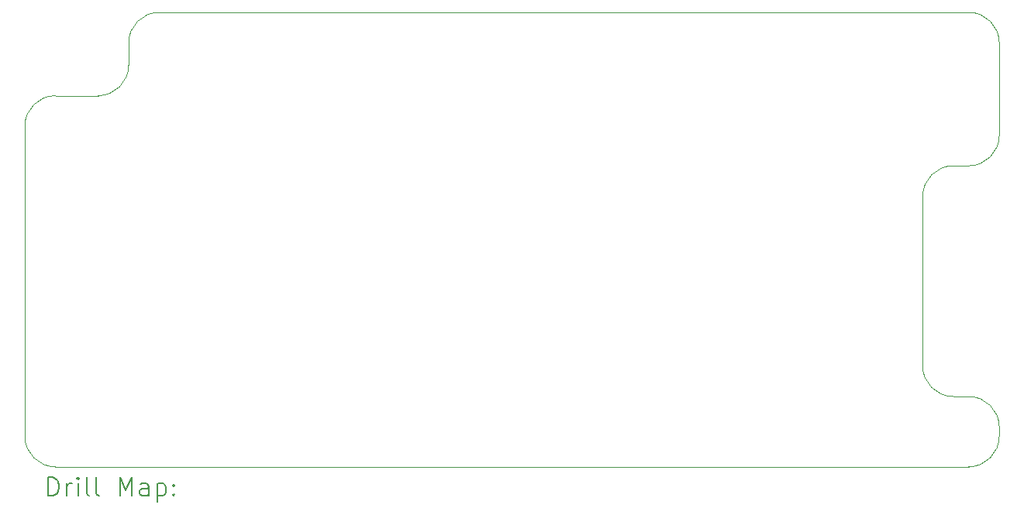
<source format=gbr>
%TF.GenerationSoftware,KiCad,Pcbnew,8.0.0-rc1*%
%TF.CreationDate,2025-03-27T12:12:59+03:00*%
%TF.ProjectId,GSM_CT_V1.0,47534d5f-4354-45f5-9631-2e302e6b6963,rev?*%
%TF.SameCoordinates,Original*%
%TF.FileFunction,Drillmap*%
%TF.FilePolarity,Positive*%
%FSLAX45Y45*%
G04 Gerber Fmt 4.5, Leading zero omitted, Abs format (unit mm)*
G04 Created by KiCad (PCBNEW 8.0.0-rc1) date 2025-03-27 12:12:59*
%MOMM*%
%LPD*%
G01*
G04 APERTURE LIST*
%ADD10C,0.100000*%
%ADD11C,0.200000*%
G04 APERTURE END LIST*
D10*
X7143000Y-7518970D02*
X7143000Y-7763998D01*
X16652000Y-11820998D02*
G75*
G02*
X16318000Y-12154000I-333490J489D01*
G01*
X16652000Y-7519969D02*
X16652000Y-8530510D01*
X16652000Y-8530510D02*
G75*
G02*
X16318510Y-8864000I-333490J0D01*
G01*
X6809000Y-8097000D02*
X6343000Y-8097000D01*
X16318998Y-7185969D02*
G75*
G02*
X16652001Y-7519969I-489J-333491D01*
G01*
X16318998Y-7185969D02*
X7477000Y-7185969D01*
X6009000Y-8430000D02*
G75*
G02*
X6343000Y-8097000I333490J-490D01*
G01*
X7143000Y-7518970D02*
G75*
G02*
X7477000Y-7185970I333490J-490D01*
G01*
X6342001Y-12154000D02*
X16318000Y-12154000D01*
X15815509Y-9197491D02*
G75*
G02*
X16149000Y-8864000I333491J1D01*
G01*
X6342001Y-12154000D02*
G75*
G02*
X6009000Y-11820000I489J333490D01*
G01*
X16652000Y-11719494D02*
X16652000Y-11820998D01*
X16148511Y-11386000D02*
X16318506Y-11386000D01*
X16148511Y-11386000D02*
G75*
G02*
X15815500Y-11052000I489J333500D01*
G01*
X15815509Y-11052000D02*
X15815509Y-9197491D01*
X7143000Y-7763998D02*
G75*
G02*
X6809000Y-8097000I-333490J489D01*
G01*
X6009000Y-8430000D02*
X6009000Y-11820000D01*
X16318506Y-11386000D02*
G75*
G02*
X16652000Y-11719494I4J-333490D01*
G01*
X16318510Y-8864000D02*
X16149000Y-8864000D01*
D11*
X6264776Y-12470484D02*
X6264776Y-12270484D01*
X6264776Y-12270484D02*
X6312395Y-12270484D01*
X6312395Y-12270484D02*
X6340967Y-12280008D01*
X6340967Y-12280008D02*
X6360014Y-12299055D01*
X6360014Y-12299055D02*
X6369538Y-12318103D01*
X6369538Y-12318103D02*
X6379062Y-12356198D01*
X6379062Y-12356198D02*
X6379062Y-12384770D01*
X6379062Y-12384770D02*
X6369538Y-12422865D01*
X6369538Y-12422865D02*
X6360014Y-12441913D01*
X6360014Y-12441913D02*
X6340967Y-12460960D01*
X6340967Y-12460960D02*
X6312395Y-12470484D01*
X6312395Y-12470484D02*
X6264776Y-12470484D01*
X6464776Y-12470484D02*
X6464776Y-12337151D01*
X6464776Y-12375246D02*
X6474300Y-12356198D01*
X6474300Y-12356198D02*
X6483824Y-12346674D01*
X6483824Y-12346674D02*
X6502872Y-12337151D01*
X6502872Y-12337151D02*
X6521919Y-12337151D01*
X6588586Y-12470484D02*
X6588586Y-12337151D01*
X6588586Y-12270484D02*
X6579062Y-12280008D01*
X6579062Y-12280008D02*
X6588586Y-12289532D01*
X6588586Y-12289532D02*
X6598110Y-12280008D01*
X6598110Y-12280008D02*
X6588586Y-12270484D01*
X6588586Y-12270484D02*
X6588586Y-12289532D01*
X6712395Y-12470484D02*
X6693348Y-12460960D01*
X6693348Y-12460960D02*
X6683824Y-12441913D01*
X6683824Y-12441913D02*
X6683824Y-12270484D01*
X6817157Y-12470484D02*
X6798110Y-12460960D01*
X6798110Y-12460960D02*
X6788586Y-12441913D01*
X6788586Y-12441913D02*
X6788586Y-12270484D01*
X7045729Y-12470484D02*
X7045729Y-12270484D01*
X7045729Y-12270484D02*
X7112395Y-12413341D01*
X7112395Y-12413341D02*
X7179062Y-12270484D01*
X7179062Y-12270484D02*
X7179062Y-12470484D01*
X7360014Y-12470484D02*
X7360014Y-12365722D01*
X7360014Y-12365722D02*
X7350491Y-12346674D01*
X7350491Y-12346674D02*
X7331443Y-12337151D01*
X7331443Y-12337151D02*
X7293348Y-12337151D01*
X7293348Y-12337151D02*
X7274300Y-12346674D01*
X7360014Y-12460960D02*
X7340967Y-12470484D01*
X7340967Y-12470484D02*
X7293348Y-12470484D01*
X7293348Y-12470484D02*
X7274300Y-12460960D01*
X7274300Y-12460960D02*
X7264776Y-12441913D01*
X7264776Y-12441913D02*
X7264776Y-12422865D01*
X7264776Y-12422865D02*
X7274300Y-12403817D01*
X7274300Y-12403817D02*
X7293348Y-12394294D01*
X7293348Y-12394294D02*
X7340967Y-12394294D01*
X7340967Y-12394294D02*
X7360014Y-12384770D01*
X7455253Y-12337151D02*
X7455253Y-12537151D01*
X7455253Y-12346674D02*
X7474300Y-12337151D01*
X7474300Y-12337151D02*
X7512395Y-12337151D01*
X7512395Y-12337151D02*
X7531443Y-12346674D01*
X7531443Y-12346674D02*
X7540967Y-12356198D01*
X7540967Y-12356198D02*
X7550491Y-12375246D01*
X7550491Y-12375246D02*
X7550491Y-12432389D01*
X7550491Y-12432389D02*
X7540967Y-12451436D01*
X7540967Y-12451436D02*
X7531443Y-12460960D01*
X7531443Y-12460960D02*
X7512395Y-12470484D01*
X7512395Y-12470484D02*
X7474300Y-12470484D01*
X7474300Y-12470484D02*
X7455253Y-12460960D01*
X7636205Y-12451436D02*
X7645729Y-12460960D01*
X7645729Y-12460960D02*
X7636205Y-12470484D01*
X7636205Y-12470484D02*
X7626681Y-12460960D01*
X7626681Y-12460960D02*
X7636205Y-12451436D01*
X7636205Y-12451436D02*
X7636205Y-12470484D01*
X7636205Y-12346674D02*
X7645729Y-12356198D01*
X7645729Y-12356198D02*
X7636205Y-12365722D01*
X7636205Y-12365722D02*
X7626681Y-12356198D01*
X7626681Y-12356198D02*
X7636205Y-12346674D01*
X7636205Y-12346674D02*
X7636205Y-12365722D01*
M02*

</source>
